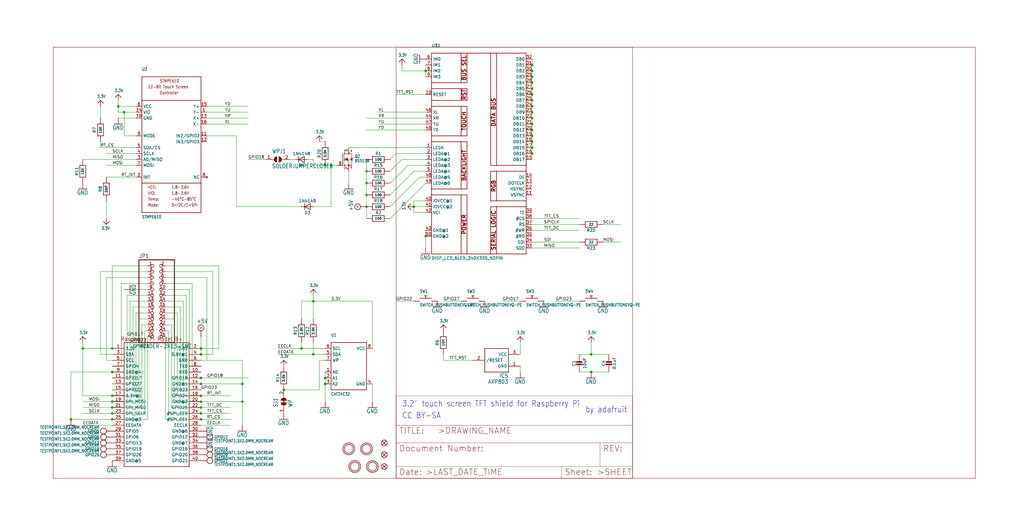
<source format=kicad_sch>
(kicad_sch (version 20211123) (generator eeschema)
  (paper "User" 440.004 225.73)
  (junction (at 48.26 180.34))
  (junction (at 228.6 55.88))
  (junction (at 182.88 101.6))
  (junction (at 86.36 152.4))
  (junction (at 228.6 48.26))
  (junction (at 86.36 177.8))
  (junction (at 50.8 45.72))
  (junction (at 86.36 149.86))
  (junction (at 228.6 53.34))
  (junction (at 53.34 48.26))
  (junction (at 121.92 167.64))
  (junction (at 228.6 43.18))
  (junction (at 139.7 71.12))
  (junction (at 86.36 180.34))
  (junction (at 254 152.4))
  (junction (at 228.6 35.56))
  (junction (at 228.6 30.48))
  (junction (at 228.6 45.72))
  (junction (at 157.48 83.82))
  (junction (at 134.62 152.4))
  (junction (at 86.36 170.18))
  (junction (at 228.6 63.5))
  (junction (at 228.6 27.94))
  (junction (at 48.26 170.18))
  (junction (at 228.6 60.96))
  (junction (at 48.26 149.86))
  (junction (at 142.24 71.12))
  (junction (at 104.14 172.72))
  (junction (at 86.36 162.56))
  (junction (at 30.48 180.34))
  (junction (at 228.6 66.04))
  (junction (at 48.26 175.26))
  (junction (at 86.36 172.72))
  (junction (at 177.8 88.9))
  (junction (at 48.26 177.8))
  (junction (at 139.7 162.56))
  (junction (at 134.62 129.54))
  (junction (at 35.56 149.86))
  (junction (at 228.6 40.64))
  (junction (at 86.36 165.1))
  (junction (at 254 160.02))
  (junction (at 48.26 172.72))
  (junction (at 129.54 149.86))
  (junction (at 48.26 160.02))
  (junction (at 228.6 33.02))
  (junction (at 228.6 58.42))
  (junction (at 157.48 78.74))
  (junction (at 157.48 88.9))
  (junction (at 182.88 30.48))
  (junction (at 86.36 175.26))
  (junction (at 157.48 73.66))
  (junction (at 139.7 165.1))
  (junction (at 228.6 38.1))
  (junction (at 228.6 50.8))
  (junction (at 104.14 165.1))
  (wire (pts (xy 223.52 157.48) (xy 223.52 160.02)))
  (wire (pts (xy 86.36 144.78) (xy 86.36 149.86)))
  (wire (pts (xy 134.62 68.58) (xy 134.62 71.12)))
  (wire (pts (xy 74.93 172.72) (xy 74.93 137.16)))
  (wire (pts (xy 48.26 160.02) (xy 30.48 160.02)))
  (wire (pts (xy 86.36 157.48) (xy 82.55 157.48)))
  (wire (pts (xy 228.6 58.42) (xy 228.6 60.96)))
  (wire (pts (xy 72.39 142.24) (xy 71.12 142.24)))
  (wire (pts (xy 228.6 63.5) (xy 228.6 66.04)))
  (wire (pts (xy 228.6 40.64) (xy 228.6 43.18)))
  (wire (pts (xy 57.15 167.64) (xy 57.15 132.08)))
  (wire (pts (xy 77.47 167.64) (xy 77.47 132.08)))
  (wire (pts (xy 254 152.4) (xy 248.92 152.4)))
  (wire (pts (xy 228.6 30.48) (xy 228.6 33.02)))
  (wire (pts (xy 167.64 78.74) (xy 175.26 71.12)))
  (wire (pts (xy 167.64 93.98) (xy 182.88 78.74)))
  (wire (pts (xy 223.52 152.4) (xy 223.52 147.32)))
  (wire (pts (xy 54.61 127) (xy 63.5 127)))
  (wire (pts (xy 86.36 177.8) (xy 99.06 177.8)))
  (wire (pts (xy 228.6 53.34) (xy 228.6 55.88)))
  (wire (pts (xy 228.6 25.4) (xy 228.6 27.94)))
  (wire (pts (xy 129.54 129.54) (xy 129.54 137.16)))
  (wire (pts (xy 86.36 172.72) (xy 74.93 172.72)))
  (wire (pts (xy 149.86 73.66) (xy 149.86 78.74)))
  (wire (pts (xy 182.88 99.06) (xy 182.88 101.6)))
  (wire (pts (xy 132.08 68.58) (xy 134.62 68.58)))
  (wire (pts (xy 91.44 152.4) (xy 91.44 116.84)))
  (wire (pts (xy 80.01 162.56) (xy 80.01 127)))
  (wire (pts (xy 228.6 43.18) (xy 228.6 45.72)))
  (wire (pts (xy 82.55 157.48) (xy 82.55 121.92)))
  (wire (pts (xy 223.52 129.54) (xy 215.9 129.54)))
  (wire (pts (xy 137.16 167.64) (xy 137.16 154.94)))
  (wire (pts (xy 35.56 170.18) (xy 35.56 149.86)))
  (wire (pts (xy 142.24 88.9) (xy 134.62 88.9)))
  (wire (pts (xy 48.26 180.34) (xy 30.48 180.34)))
  (wire (pts (xy 53.34 124.46) (xy 63.5 124.46)))
  (wire (pts (xy 54.61 162.56) (xy 54.61 127)))
  (wire (pts (xy 62.23 142.24) (xy 63.5 142.24)))
  (wire (pts (xy 86.36 170.18) (xy 99.06 170.18)))
  (wire (pts (xy 175.26 71.12) (xy 182.88 71.12)))
  (wire (pts (xy 167.64 83.82) (xy 177.8 73.66)))
  (wire (pts (xy 30.48 160.02) (xy 30.48 180.34)))
  (wire (pts (xy 88.9 58.42) (xy 101.6 58.42)))
  (wire (pts (xy 71.12 124.46) (xy 81.28 124.46)))
  (wire (pts (xy 45.72 93.98) (xy 45.72 86.36)))
  (wire (pts (xy 160.02 149.86) (xy 160.02 129.54)))
  (wire (pts (xy 228.6 55.88) (xy 228.6 58.42)))
  (wire (pts (xy 86.36 180.34) (xy 99.06 180.34)))
  (wire (pts (xy 71.12 129.54) (xy 78.74 129.54)))
  (wire (pts (xy 71.12 180.34) (xy 86.36 180.34)))
  (wire (pts (xy 190.5 154.94) (xy 190.5 152.4)))
  (wire (pts (xy 134.62 127) (xy 134.62 129.54)))
  (wire (pts (xy 63.5 180.34) (xy 63.5 144.78)))
  (wire (pts (xy 259.08 104.14) (xy 266.7 104.14)))
  (wire (pts (xy 127 68.58) (xy 124.46 68.58)))
  (wire (pts (xy 157.48 68.58) (xy 157.48 73.66)))
  (wire (pts (xy 71.12 139.7) (xy 73.66 139.7)))
  (wire (pts (xy 74.93 137.16) (xy 71.12 137.16)))
  (wire (pts (xy 86.36 177.8) (xy 72.39 177.8)))
  (wire (pts (xy 80.01 127) (xy 71.12 127)))
  (wire (pts (xy 62.23 177.8) (xy 62.23 142.24)))
  (wire (pts (xy 228.6 96.52) (xy 248.92 96.52)))
  (wire (pts (xy 71.12 144.78) (xy 71.12 180.34)))
  (wire (pts (xy 86.36 152.4) (xy 91.44 152.4)))
  (wire (pts (xy 43.18 63.5) (xy 58.42 63.5)))
  (wire (pts (xy 48.26 172.72) (xy 35.56 172.72)))
  (wire (pts (xy 177.8 91.44) (xy 182.88 91.44)))
  (wire (pts (xy 71.12 134.62) (xy 76.2 134.62)))
  (wire (pts (xy 43.18 116.84) (xy 63.5 116.84)))
  (wire (pts (xy 77.47 132.08) (xy 71.12 132.08)))
  (wire (pts (xy 93.98 149.86) (xy 86.36 149.86)))
  (wire (pts (xy 50.8 45.72) (xy 58.42 45.72)))
  (wire (pts (xy 180.34 76.2) (xy 182.88 76.2)))
  (wire (pts (xy 58.42 76.2) (xy 45.72 76.2)))
  (wire (pts (xy 45.72 66.04) (xy 58.42 66.04)))
  (wire (pts (xy 228.6 45.72) (xy 228.6 48.26)))
  (wire (pts (xy 58.42 170.18) (xy 58.42 134.62)))
  (wire (pts (xy 203.2 154.94) (xy 190.5 154.94)))
  (wire (pts (xy 172.72 30.48) (xy 172.72 27.94)))
  (wire (pts (xy 137.16 60.96) (xy 139.7 60.96)))
  (wire (pts (xy 88.9 50.8) (xy 106.68 50.8)))
  (wire (pts (xy 182.88 48.26) (xy 162.56 48.26)))
  (wire (pts (xy 228.6 106.68) (xy 248.92 106.68)))
  (wire (pts (xy 48.26 182.88) (xy 35.56 182.88)))
  (wire (pts (xy 144.78 71.12) (xy 142.24 71.12)))
  (wire (pts (xy 86.36 149.86) (xy 86.36 152.4)))
  (wire (pts (xy 142.24 71.12) (xy 142.24 88.9)))
  (wire (pts (xy 82.55 121.92) (xy 71.12 121.92)))
  (wire (pts (xy 129.54 147.32) (xy 129.54 149.86)))
  (wire (pts (xy 134.62 152.4) (xy 139.7 152.4)))
  (wire (pts (xy 59.69 172.72) (xy 59.69 137.16)))
  (wire (pts (xy 137.16 154.94) (xy 139.7 154.94)))
  (wire (pts (xy 91.44 116.84) (xy 71.12 116.84)))
  (wire (pts (xy 182.88 50.8) (xy 157.48 50.8)))
  (wire (pts (xy 73.66 139.7) (xy 73.66 175.26)))
  (wire (pts (xy 139.7 71.12) (xy 142.24 71.12)))
  (wire (pts (xy 55.88 129.54) (xy 63.5 129.54)))
  (wire (pts (xy 104.14 172.72) (xy 104.14 182.88)))
  (wire (pts (xy 48.26 172.72) (xy 59.69 172.72)))
  (wire (pts (xy 198.12 129.54) (xy 190.5 129.54)))
  (wire (pts (xy 139.7 149.86) (xy 129.54 149.86)))
  (wire (pts (xy 149.86 63.5) (xy 182.88 63.5)))
  (wire (pts (xy 48.26 175.26) (xy 35.56 175.26)))
  (wire (pts (xy 104.14 154.94) (xy 104.14 165.1)))
  (wire (pts (xy 177.8 73.66) (xy 182.88 73.66)))
  (wire (pts (xy 134.62 129.54) (xy 129.54 129.54)))
  (wire (pts (xy 48.26 165.1) (xy 55.88 165.1)))
  (wire (pts (xy 58.42 58.42) (xy 53.34 58.42)))
  (wire (pts (xy 57.15 132.08) (xy 63.5 132.08)))
  (wire (pts (xy 134.62 137.16) (xy 134.62 129.54)))
  (wire (pts (xy 60.96 175.26) (xy 60.96 139.7)))
  (wire (pts (xy 88.9 53.34) (xy 106.68 53.34)))
  (wire (pts (xy 129.54 149.86) (xy 119.38 149.86)))
  (wire (pts (xy 53.34 58.42) (xy 53.34 48.26)))
  (wire (pts (xy 48.26 175.26) (xy 60.96 175.26)))
  (wire (pts (xy 134.62 147.32) (xy 134.62 152.4)))
  (wire (pts (xy 228.6 93.98) (xy 248.92 93.98)))
  (wire (pts (xy 172.72 68.58) (xy 182.88 68.58)))
  (wire (pts (xy 254 147.32) (xy 254 152.4)))
  (wire (pts (xy 88.9 45.72) (xy 106.68 45.72)))
  (wire (pts (xy 58.42 71.12) (xy 45.72 71.12)))
  (wire (pts (xy 48.26 152.4) (xy 43.18 152.4)))
  (wire (pts (xy 177.8 91.44) (xy 177.8 88.9)))
  (wire (pts (xy 48.26 114.3) (xy 63.5 114.3)))
  (wire (pts (xy 106.68 68.58) (xy 114.3 68.58)))
  (wire (pts (xy 101.6 58.42) (xy 101.6 88.9)))
  (wire (pts (xy 43.18 50.8) (xy 43.18 45.72)))
  (wire (pts (xy 60.96 139.7) (xy 63.5 139.7)))
  (wire (pts (xy 48.26 170.18) (xy 35.56 170.18)))
  (wire (pts (xy 58.42 134.62) (xy 63.5 134.62)))
  (wire (pts (xy 73.66 175.26) (xy 86.36 175.26)))
  (wire (pts (xy 139.7 160.02) (xy 139.7 162.56)))
  (wire (pts (xy 76.2 134.62) (xy 76.2 170.18)))
  (wire (pts (xy 78.74 129.54) (xy 78.74 165.1)))
  (wire (pts (xy 157.48 83.82) (xy 157.48 78.74)))
  (wire (pts (xy 52.07 121.92) (xy 63.5 121.92)))
  (wire (pts (xy 182.88 27.94) (xy 182.88 30.48)))
  (wire (pts (xy 104.14 165.1) (xy 104.14 172.72)))
  (wire (pts (xy 45.72 119.38) (xy 63.5 119.38)))
  (wire (pts (xy 35.56 147.32) (xy 35.56 149.86)))
  (wire (pts (xy 50.8 45.72) (xy 50.8 48.26)))
  (wire (pts (xy 228.6 99.06) (xy 248.92 99.06)))
  (wire (pts (xy 139.7 165.1) (xy 139.7 172.72)))
  (wire (pts (xy 71.12 119.38) (xy 88.9 119.38)))
  (wire (pts (xy 86.36 154.94) (xy 104.14 154.94)))
  (wire (pts (xy 139.7 162.56) (xy 139.7 165.1)))
  (wire (pts (xy 48.26 149.86) (xy 48.26 114.3)))
  (wire (pts (xy 157.48 88.9) (xy 157.48 93.98)))
  (wire (pts (xy 121.92 167.64) (xy 137.16 167.64)))
  (wire (pts (xy 45.72 154.94) (xy 45.72 119.38)))
  (wire (pts (xy 254 160.02) (xy 261.62 160.02)))
  (wire (pts (xy 88.9 119.38) (xy 88.9 154.94)))
  (wire (pts (xy 228.6 66.04) (xy 228.6 68.58)))
  (wire (pts (xy 86.36 182.88) (xy 99.06 182.88)))
  (wire (pts (xy 48.26 157.48) (xy 52.07 157.48)))
  (wire (pts (xy 182.88 101.6) (xy 182.88 106.68)))
  (wire (pts (xy 48.26 167.64) (xy 57.15 167.64)))
  (wire (pts (xy 182.88 30.48) (xy 182.88 33.02)))
  (wire (pts (xy 93.98 114.3) (xy 93.98 149.86)))
  (wire (pts (xy 53.34 48.26) (xy 50.8 48.26)))
  (wire (pts (xy 134.62 71.12) (xy 139.7 71.12)))
  (wire (pts (xy 182.88 55.88) (xy 157.48 55.88)))
  (wire (pts (xy 157.48 88.9) (xy 157.48 83.82)))
  (wire (pts (xy 81.28 124.46) (xy 81.28 160.02)))
  (wire (pts (xy 48.26 177.8) (xy 62.23 177.8)))
  (wire (pts (xy 101.6 88.9) (xy 129.54 88.9)))
  (wire (pts (xy 48.26 177.8) (xy 35.56 177.8)))
  (wire (pts (xy 55.88 165.1) (xy 55.88 129.54)))
  (wire (pts (xy 52.07 157.48) (xy 52.07 121.92)))
  (wire (pts (xy 228.6 104.14) (xy 248.92 104.14)))
  (wire (pts (xy 43.18 63.5) (xy 43.18 60.96)))
  (wire (pts (xy 48.26 180.34) (xy 63.5 180.34)))
  (wire (pts (xy 182.88 40.64) (xy 170.18 40.64)))
  (wire (pts (xy 228.6 50.8) (xy 228.6 53.34)))
  (wire (pts (xy 182.88 53.34) (xy 162.56 53.34)))
  (wire (pts (xy 59.69 137.16) (xy 63.5 137.16)))
  (wire (pts (xy 228.6 33.02) (xy 228.6 35.56)))
  (wire (pts (xy 182.88 88.9) (xy 177.8 88.9)))
  (wire (pts (xy 177.8 86.36) (xy 182.88 86.36)))
  (wire (pts (xy 81.28 160.02) (xy 86.36 160.02)))
  (wire (pts (xy 50.8 50.8) (xy 58.42 50.8)))
  (wire (pts (xy 88.9 48.26) (xy 106.68 48.26)))
  (wire (pts (xy 86.36 165.1) (xy 104.14 165.1)))
  (wire (pts (xy 86.36 175.26) (xy 99.06 175.26)))
  (wire (pts (xy 86.36 162.56) (xy 106.68 162.56)))
  (wire (pts (xy 76.2 170.18) (xy 86.36 170.18)))
  (wire (pts (xy 160.02 129.54) (xy 134.62 129.54)))
  (wire (pts (xy 48.26 160.02) (xy 53.34 160.02)))
  (wire (pts (xy 35.56 149.86) (xy 48.26 149.86)))
  (wire (pts (xy 86.36 167.64) (xy 77.47 167.64)))
  (wire (pts (xy 86.36 172.72) (xy 104.14 172.72)))
  (wire (pts (xy 228.6 48.26) (xy 228.6 50.8)))
  (wire (pts (xy 43.18 152.4) (xy 43.18 116.84)))
  (wire (pts (xy 48.26 154.94) (xy 45.72 154.94)))
  (wire (pts (xy 78.74 165.1) (xy 86.36 165.1)))
  (wire (pts (xy 177.8 129.54) (xy 170.18 129.54)))
  (wire (pts (xy 177.8 86.36) (xy 177.8 88.9)))
  (wire (pts (xy 50.8 43.18) (xy 50.8 45.72)))
  (wire (pts (xy 167.64 68.58) (xy 170.18 66.04)))
  (wire (pts (xy 167.64 88.9) (xy 180.34 76.2)))
  (wire (pts (xy 182.88 30.48) (xy 172.72 30.48)))
  (wire (pts (xy 248.92 160.02) (xy 254 160.02)))
  (wire (pts (xy 228.6 35.56) (xy 228.6 38.1)))
  (wire (pts (xy 228.6 60.96) (xy 228.6 63.5)))
  (wire (pts (xy 35.56 68.58) (xy 58.42 68.58)))
  (wire (pts (xy 259.08 96.52) (xy 266.7 96.52)))
  (wire (pts (xy 170.18 66.04) (xy 182.88 66.04)))
  (wire (pts (xy 48.26 170.18) (xy 58.42 170.18)))
  (wire (pts (xy 119.38 152.4) (xy 134.62 152.4)))
  (wire (pts (xy 160.02 165.1) (xy 160.02 172.72)))
  (wire (pts (xy 48.26 162.56) (xy 54.61 162.56)))
  (wire (pts (xy 71.12 114.3) (xy 93.98 114.3)))
  (wire (pts (xy 167.64 73.66) (xy 172.72 68.58)))
  (wire (pts (xy 248.92 129.54) (xy 238.76 129.54)))
  (wire (pts (xy 261.62 152.4) (xy 254 152.4)))
  (wire (pts (xy 228.6 38.1) (xy 228.6 40.64)))
  (wire (pts (xy 157.48 78.74) (xy 157.48 73.66)))
  (wire (pts (xy 58.42 48.26) (xy 53.34 48.26)))
  (wire (pts (xy 72.39 177.8) (xy 72.39 142.24)))
  (wire (pts (xy 86.36 162.56) (xy 80.01 162.56)))
  (wire (pts (xy 228.6 27.94) (xy 228.6 30.48)))
  (text "CC BY-SA" (at 172.72 180.34 180) (effects (font (size 2.54 2.159)) (justify left bottom)))
  (text "by adafruit~{}" (at 251.46 177.8 180) (effects (font (size 2.54 2.159)) (justify left bottom)))
  (text "3.2\" touch screen TFT shield for Raspberry Pi" (at 172.72 175.26 180) (effects (font (size 2.54 2.159)) (justify left bottom)))
  (label "YU" (at 96.52 48.26 0) (effects (font (size 1.2446 1.2446))))
  (label "GPIO22" (at 57.15 149.86 0) (effects (font (size 1.2446 1.2446))))
  (label "RT_CS" (at 88.9 180.34 0) (effects (font (size 1.2446 1.2446))))
  (label "MOSI" (at 259.08 104.14 0) (effects (font (size 1.2446 1.2446))))
  (label "EECLK" (at 88.9 182.88 0) (effects (font (size 1.2446 1.2446))))
  (label "TFT_RST" (at 193.04 154.94 0) (effects (font (size 1.2446 1.2446))))
  (label "XL" (at 96.52 53.34 0) (effects (font (size 1.2446 1.2446))))
  (label "TFT_CS" (at 88.9 177.8 0) (effects (font (size 1.2446 1.2446))))
  (label "SDI" (at 233.68 104.14 0) (effects (font (size 1.2446 1.2446))))
  (label "SPICLK" (at 233.68 96.52 0) (effects (font (size 1.2446 1.2446))))
  (label "GPIO27" (at 190.5 129.54 0) (effects (font (size 1.2446 1.2446))))
  (label "XR" (at 96.52 50.8 0) (effects (font (size 1.2446 1.2446))))
  (label "TFT_DC" (at 233.68 99.06 0) (effects (font (size 1.2446 1.2446))))
  (label "SCLK" (at 259.08 96.52 0) (effects (font (size 1.2446 1.2446))))
  (label "GPIO27" (at 55.88 147.32 0) (effects (font (size 1.2446 1.2446))))
  (label "TFT_CS" (at 233.68 93.98 0) (effects (font (size 1.2446 1.2446))))
  (label "GPIO17" (at 215.9 129.54 0) (effects (font (size 1.2446 1.2446))))
  (label "EECLK" (at 119.38 149.86 0) (effects (font (size 1.2446 1.2446))))
  (label "MISO" (at 233.68 106.68 0) (effects (font (size 1.2446 1.2446))))
  (label "GPIO18" (at 88.9 162.56 0) (effects (font (size 1.2446 1.2446))))
  (label "SCLK" (at 48.26 66.04 0) (effects (font (size 1.2446 1.2446))))
  (label "RT_CS" (at 43.18 63.5 0) (effects (font (size 1.2446 1.2446))))
  (label "XL" (at 162.56 48.26 0) (effects (font (size 1.2446 1.2446))))
  (label "YD" (at 162.56 55.88 0) (effects (font (size 1.2446 1.2446))))
  (label "MISO" (at 48.26 68.58 0) (effects (font (size 1.2446 1.2446))))
  (label "MOSI" (at 38.1 172.72 0) (effects (font (size 1.2446 1.2446))))
  (label "SCLK" (at 38.1 177.8 0) (effects (font (size 1.2446 1.2446))))
  (label "GPIO22" (at 170.18 129.54 0) (effects (font (size 1.2446 1.2446))))
  (label "EEDATA" (at 119.38 152.4 0) (effects (font (size 1.2446 1.2446))))
  (label "GPIO17" (at 54.61 144.78 0) (effects (font (size 1.2446 1.2446))))
  (label "MISO" (at 38.1 175.26 0) (effects (font (size 1.2446 1.2446))))
  (label "TFT_RST" (at 170.18 40.64 0) (effects (font (size 1.2446 1.2446))))
  (label "YU" (at 162.56 53.34 0) (effects (font (size 1.2446 1.2446))))
  (label "YD" (at 96.52 45.72 0) (effects (font (size 1.2446 1.2446))))
  (label "GPIO23" (at 86.36 167.64 0) (effects (font (size 1.2446 1.2446))))
  (label "RT_INT" (at 52.07 76.2 0) (effects (font (size 1.2446 1.2446))))
  (label "EEDATA" (at 35.56 182.88 0) (effects (font (size 1.2446 1.2446))))
  (label "XR" (at 162.56 50.8 0) (effects (font (size 1.2446 1.2446))))
  (label "3.3V" (at 142.24 129.54 0) (effects (font (size 1.2446 1.2446))))
  (label "RT_INT" (at 88.9 170.18 0) (effects (font (size 1.2446 1.2446))))
  (label "TFT_DC" (at 88.9 175.26 0) (effects (font (size 1.2446 1.2446))))
  (label "MOSI" (at 48.26 71.12 0) (effects (font (size 1.2446 1.2446))))
  (label "GPIO18" (at 106.68 68.58 0) (effects (font (size 1.2446 1.2446))))
  (label "GPIO23" (at 238.76 129.54 0) (effects (font (size 1.2446 1.2446))))
  (symbol (lib_id "eagleSchem-eagle-import:FIDUCIAL{dblquote}{dblquote}") (at 165.1 200.66 0) (unit 1)
    (property "Reference" "U$11" (effects hide))
    (property "Value" "FIDUCIAL{dblquote}{dblquote}" (effects hide))
    (property "Footprint" "eagleSchem:FIDUCIAL_1MM" (effects hide))
  )
  (symbol (lib_id "eagleSchem-eagle-import:FIDUCIAL{dblquote}{dblquote}") (at 165.1 190.5 0) (unit 1)
    (property "Reference" "U$10" (effects hide))
    (property "Value" "FIDUCIAL{dblquote}{dblquote}" (effects hide))
    (property "Footprint" "eagleSchem:FIDUCIAL_1MM" (effects hide))
  )
  (symbol (lib_id "eagleSchem-eagle-import:RESISTOR0805_NOOUTLINE") (at 134.62 142.24 90) (unit 1)
    (property "Reference" "R12" (at 132.08 142.24 0))
    (property "Value" "3.9K" (at 134.62 142.24 0) (effects (font (size 1.016 1.016) bold)))
    (property "Footprint" "eagleSchem:0805-NO" (effects hide))
  )
  (symbol (lib_id "eagleSchem-eagle-import:SWITCH_PUSHBUTTONEVQ-PE") (at 254 129.54 0) (unit 1)
    (property "Reference" "SW4" (at 251.46 125.984 0) (effects (font (size 1.27 1.0795)) (justify left bottom)))
    (property "Value" "SWITCH_PUSHBUTTONEVQ-PE" (at 251.46 131.826 0) (effects (font (size 1.27 1.0795)) (justify left bottom)))
    (property "Footprint" "eagleSchem:TACT_PANA-EVQ" (effects hide))
  )
  (symbol (lib_id "eagleSchem-eagle-import:GND") (at 104.14 185.42 0) (unit 1)
    (property "Reference" "#U$9" (effects hide))
    (property "Value" "GND" (at 101.6 187.96 0) (effects (font (size 1.778 1.5113)) (justify left bottom)))
    (property "Footprint" "eagleSchem:" (effects hide))
  )
  (symbol (lib_id "eagleSchem-eagle-import:GND") (at 160.02 175.26 0) (unit 1)
    (property "Reference" "#GND4" (effects hide))
    (property "Value" "GND" (at 157.48 177.8 0) (effects (font (size 1.778 1.5113)) (justify left bottom)))
    (property "Footprint" "eagleSchem:" (effects hide))
  )
  (symbol (lib_id "eagleSchem-eagle-import:TESTPOINT1.5X2.0MM_NOCREAM") (at 86.36 187.96 270) (unit 1)
    (property "Reference" "GPIO12" (at 91.948 187.96 90) (effects (font (size 1.27 1.0795)) (justify left)))
    (property "Value" "TESTPOINT1.5X2.0MM_NOCREAM" (at 91.948 189.611 90) (effects (font (size 1.27 1.0795)) (justify left)))
    (property "Footprint" "eagleSchem:PAD-1.5X2.0" (effects hide))
  )
  (symbol (lib_id "eagleSchem-eagle-import:GND") (at 259.08 132.08 0) (unit 1)
    (property "Reference" "#U$24" (effects hide))
    (property "Value" "GND" (at 256.54 134.62 0) (effects (font (size 1.778 1.5113)) (justify left bottom)))
    (property "Footprint" "eagleSchem:" (effects hide))
  )
  (symbol (lib_id "eagleSchem-eagle-import:RESISTOR0805_NOOUTLINE") (at 139.7 66.04 90) (unit 1)
    (property "Reference" "R20" (at 137.16 66.04 0))
    (property "Value" "3.9K" (at 139.7 66.04 0) (effects (font (size 1.016 1.016) bold)))
    (property "Footprint" "eagleSchem:0805-NO" (effects hide))
  )
  (symbol (lib_id "eagleSchem-eagle-import:STMPE610") (at 73.66 63.5 0) (unit 1)
    (property "Reference" "U2" (at 60.96 30.48 0) (effects (font (size 1.27 1.0795)) (justify left bottom)))
    (property "Value" "STMPE610" (at 60.96 93.98 0) (effects (font (size 1.27 1.0795)) (justify left bottom)))
    (property "Footprint" "eagleSchem:QFN16_3MM" (effects hide))
  )
  (symbol (lib_id "eagleSchem-eagle-import:GND") (at 30.48 182.88 0) (unit 1)
    (property "Reference" "#U$12" (effects hide))
    (property "Value" "GND" (at 27.94 185.42 0) (effects (font (size 1.778 1.5113)) (justify left bottom)))
    (property "Footprint" "eagleSchem:" (effects hide))
  )
  (symbol (lib_id "eagleSchem-eagle-import:GND") (at 180.34 25.4 270) (unit 1)
    (property "Reference" "#U$42" (effects hide))
    (property "Value" "GND" (at 177.8 22.86 0) (effects (font (size 1.778 1.5113)) (justify left bottom)))
    (property "Footprint" "eagleSchem:" (effects hide))
  )
  (symbol (lib_id "eagleSchem-eagle-import:RESISTOR0805_NOOUTLINE") (at 162.56 73.66 0) (unit 1)
    (property "Reference" "R15" (at 162.56 71.12 0))
    (property "Value" "100" (at 162.56 73.66 0) (effects (font (size 1.016 1.016) bold)))
    (property "Footprint" "eagleSchem:0805-NO" (effects hide))
  )
  (symbol (lib_id "eagleSchem-eagle-import:+5V") (at 86.36 142.24 0) (unit 1)
    (property "Reference" "#SUPPLY6" (effects hide))
    (property "Value" "+5V" (at 84.455 139.065 0) (effects (font (size 1.778 1.5113)) (justify left bottom)))
    (property "Footprint" "eagleSchem:" (effects hide))
  )
  (symbol (lib_id "eagleSchem-eagle-import:GND") (at 254 162.56 0) (unit 1)
    (property "Reference" "#U$5" (effects hide))
    (property "Value" "GND" (at 251.46 165.1 0) (effects (font (size 1.778 1.5113)) (justify left bottom)))
    (property "Footprint" "eagleSchem:" (effects hide))
  )
  (symbol (lib_id "eagleSchem-eagle-import:GND") (at 149.86 81.28 0) (unit 1)
    (property "Reference" "#U$39" (effects hide))
    (property "Value" "GND" (at 147.32 83.82 0) (effects (font (size 1.778 1.5113)) (justify left bottom)))
    (property "Footprint" "eagleSchem:" (effects hide))
  )
  (symbol (lib_id "eagleSchem-eagle-import:TESTPOINT1.5X2.0MM_NOCREAM") (at 48.26 185.42 90) (unit 1)
    (property "Reference" "GPIO5" (at 42.672 185.42 90) (effects (font (size 1.27 1.0795)) (justify left)))
    (property "Value" "TESTPOINT1.5X2.0MM_NOCREAM" (at 42.672 183.769 90) (effects (font (size 1.27 1.0795)) (justify left)))
    (property "Footprint" "eagleSchem:PAD-1.5X2.0" (effects hide))
  )
  (symbol (lib_id "eagleSchem-eagle-import:3.3V") (at 121.92 154.94 0) (unit 1)
    (property "Reference" "#U$35" (effects hide))
    (property "Value" "3.3V" (at 120.396 153.924 0) (effects (font (size 1.27 1.0795)) (justify left bottom)))
    (property "Footprint" "eagleSchem:" (effects hide))
  )
  (symbol (lib_id "eagleSchem-eagle-import:SOLDERJUMPER_CLOSED") (at 121.92 172.72 90) (unit 1)
    (property "Reference" "SJ1" (at 119.38 175.26 0) (effects (font (size 1.778 1.5113)) (justify left bottom)))
    (property "Value" "WP" (at 125.73 175.26 0) (effects (font (size 1.778 1.5113)) (justify left bottom)))
    (property "Footprint" "eagleSchem:SOLDERJUMPER_CLOSEDWIRE" (effects hide))
  )
  (symbol (lib_id "eagleSchem-eagle-import:AXP083-SAG") (at 213.36 154.94 0) (mirror y) (unit 1)
    (property "Reference" "IC5" (at 218.44 162.56 0) (effects (font (size 1.778 1.5113)) (justify left bottom)))
    (property "Value" "AXP803" (at 218.44 165.1 0) (effects (font (size 1.778 1.5113)) (justify left bottom)))
    (property "Footprint" "eagleSchem:SOT23" (effects hide))
  )
  (symbol (lib_id "eagleSchem-eagle-import:EEPROM_I2C_SOIC8_GENERIC") (at 149.86 157.48 0) (unit 1)
    (property "Reference" "U1" (at 142.24 144.78 0) (effects (font (size 1.27 1.0795)) (justify left bottom)))
    (property "Value" "CAT24C32" (at 142.24 170.18 0) (effects (font (size 1.27 1.0795)) (justify left bottom)))
    (property "Footprint" "eagleSchem:SOIC8_150MIL" (effects hide))
  )
  (symbol (lib_id "eagleSchem-eagle-import:3.3V") (at 35.56 144.78 0) (unit 1)
    (property "Reference" "#U$33" (effects hide))
    (property "Value" "3.3V" (at 34.036 143.764 0) (effects (font (size 1.27 1.0795)) (justify left bottom)))
    (property "Footprint" "eagleSchem:" (effects hide))
  )
  (symbol (lib_id "eagleSchem-eagle-import:MOUNTINGHOLE2.5_THICK") (at 157.48 193.04 0) (unit 1)
    (property "Reference" "U$15" (effects hide))
    (property "Value" "MOUNTINGHOLE2.5_THICK" (effects hide))
    (property "Footprint" "eagleSchem:MOUNTINGHOLE_2.5_PLATED_THICK" (effects hide))
  )
  (symbol (lib_id "eagleSchem-eagle-import:DISP_LCD_6LED_240X320_50PIN") (at 205.74 63.5 0) (unit 1)
    (property "Reference" "U$1" (at 185.42 20.32 0) (effects (justify left bottom)))
    (property "Value" "DISP_LCD_6LED_240X320_50PIN" (at 185.42 111.76 0) (effects (justify left bottom)))
    (property "Footprint" "eagleSchem:TFT_3.2IN_240X320_50PIN" (effects hide))
  )
  (symbol (lib_id "eagleSchem-eagle-import:GND") (at 88.9 190.5 90) (unit 1)
    (property "Reference" "#U$37" (effects hide))
    (property "Value" "GND" (at 91.44 193.04 0) (effects (font (size 1.778 1.5113)) (justify left bottom)))
    (property "Footprint" "eagleSchem:" (effects hide))
  )
  (symbol (lib_id "eagleSchem-eagle-import:TESTPOINT1.5X2.0MM_NOCREAM") (at 86.36 193.04 270) (unit 1)
    (property "Reference" "GPIO16" (at 91.948 193.04 90) (effects (font (size 1.27 1.0795)) (justify left)))
    (property "Value" "TESTPOINT1.5X2.0MM_NOCREAM" (at 91.948 194.691 90) (effects (font (size 1.27 1.0795)) (justify left)))
    (property "Footprint" "eagleSchem:PAD-1.5X2.0" (effects hide))
  )
  (symbol (lib_id "eagleSchem-eagle-import:RESISTOR0805_NOOUTLINE") (at 254 96.52 180) (unit 1)
    (property "Reference" "R22" (at 254 99.06 0))
    (property "Value" "22" (at 254 96.52 0) (effects (font (size 1.016 1.016) bold)))
    (property "Footprint" "eagleSchem:0805-NO" (effects hide))
  )
  (symbol (lib_id "eagleSchem-eagle-import:RESISTOR0805_NOOUTLINE") (at 162.56 68.58 0) (unit 1)
    (property "Reference" "R1" (at 162.56 66.04 0))
    (property "Value" "100" (at 162.56 68.58 0) (effects (font (size 1.016 1.016) bold)))
    (property "Footprint" "eagleSchem:0805-NO" (effects hide))
  )
  (symbol (lib_id "eagleSchem-eagle-import:RESISTOR_0805MP") (at 254 104.14 180) (unit 1)
    (property "Reference" "R23" (at 254 106.68 0))
    (property "Value" "22" (at 254 104.14 0) (effects (font (size 1.016 1.016) bold)))
    (property "Footprint" "eagleSchem:_0805MP" (effects hide))
  )
  (symbol (lib_id "eagleSchem-eagle-import:RESISTOR0805_NOOUTLINE") (at 162.56 93.98 0) (unit 1)
    (property "Reference" "R2" (at 162.56 91.44 0))
    (property "Value" "100" (at 162.56 93.98 0) (effects (font (size 1.016 1.016) bold)))
    (property "Footprint" "eagleSchem:0805-NO" (effects hide))
  )
  (symbol (lib_id "eagleSchem-eagle-import:SWITCH_PUSHBUTTONEVQ-PE") (at 228.6 129.54 0) (unit 1)
    (property "Reference" "SW3" (at 226.06 125.984 0) (effects (font (size 1.27 1.0795)) (justify left bottom)))
    (property "Value" "SWITCH_PUSHBUTTONEVQ-PE" (at 226.06 131.826 0) (effects (font (size 1.27 1.0795)) (justify left bottom)))
    (property "Footprint" "eagleSchem:TACT_PANA-EVQ" (effects hide))
  )
  (symbol (lib_id "eagleSchem-eagle-import:CAP_CERAMIC0805-NOOUTLINE") (at 248.92 157.48 0) (unit 1)
    (property "Reference" "C1" (at 246.63 156.23 90))
    (property "Value" "10uF" (at 251.22 156.23 90))
    (property "Footprint" "eagleSchem:0805-NO" (effects hide))
  )
  (symbol (lib_id "eagleSchem-eagle-import:3.3V") (at 137.16 58.42 0) (unit 1)
    (property "Reference" "#U$45" (effects hide))
    (property "Value" "3.3V" (at 135.636 57.404 0) (effects (font (size 1.27 1.0795)) (justify left bottom)))
    (property "Footprint" "eagleSchem:" (effects hide))
  )
  (symbol (lib_id "eagleSchem-eagle-import:HEADER-2X13-SMT") (at 68.58 129.54 0) (unit 1)
    (property "Reference" "JP1" (at 59.69 111.125 0) (effects (font (size 1.778 1.5113)) (justify left bottom)))
    (property "Value" "HEADER-2X13-SMT" (at 59.69 149.86 0) (effects (font (size 1.778 1.5113)) (justify left bottom)))
    (property "Footprint" "eagleSchem:2X13_SMT_MALE" (effects hide))
  )
  (symbol (lib_id "eagleSchem-eagle-import:RESISTOR0805_NOOUTLINE") (at 129.54 142.24 90) (unit 1)
    (property "Reference" "R13" (at 127 142.24 0))
    (property "Value" "3.9K" (at 129.54 142.24 0) (effects (font (size 1.016 1.016) bold)))
    (property "Footprint" "eagleSchem:0805-NO" (effects hide))
  )
  (symbol (lib_id "eagleSchem-eagle-import:TESTPOINT1.5X2.0MM_NOCREAM") (at 86.36 195.58 270) (unit 1)
    (property "Reference" "GPIO20" (at 91.948 195.58 90) (effects (font (size 1.27 1.0795)) (justify left)))
    (property "Value" "TESTPOINT1.5X2.0MM_NOCREAM" (at 91.948 197.231 90) (effects (font (size 1.27 1.0795)) (justify left)))
    (property "Footprint" "eagleSchem:PAD-1.5X2.0" (effects hide))
  )
  (symbol (lib_id "eagleSchem-eagle-import:RASPBERRYPI_BPLUS_SMT") (at 66.04 170.18 0) (unit 1)
    (property "Reference" "RPI1" (effects hide))
    (property "Value" "RASPBERRYPI_BPLUS_SMT" (effects hide))
    (property "Footprint" "eagleSchem:RASPBERRYPI_BPLUS_SHIELD_SMT" (effects hide))
  )
  (symbol (lib_id "eagleSchem-eagle-import:GND") (at 139.7 175.26 0) (unit 1)
    (property "Reference" "#GND3" (effects hide))
    (property "Value" "GND" (at 137.16 177.8 0) (effects (font (size 1.778 1.5113)) (justify left bottom)))
    (property "Footprint" "eagleSchem:" (effects hide))
  )
  (symbol (lib_id "eagleSchem-eagle-import:DIODESOD-323") (at 129.54 68.58 180) (unit 1)
    (property "Reference" "D4" (at 129.54 71.12 0))
    (property "Value" "1N4148" (at 129.54 66.08 0))
    (property "Footprint" "eagleSchem:SOD-323" (effects hide))
  )
  (symbol (lib_id "eagleSchem-eagle-import:MOSFET-NWIDE") (at 147.32 68.58 0) (unit 1)
    (property "Reference" "Q2" (at 152.4 67.945 0) (effects (font (size 1.27 1.0795)) (justify left bottom)))
    (property "Value" "BSS138" (at 152.4 69.85 0) (effects (font (size 1.27 1.0795)) (justify left bottom)))
    (property "Footprint" "eagleSchem:SOT23-WIDE" (effects hide))
  )
  (symbol (lib_id "eagleSchem-eagle-import:GND") (at 48.26 200.66 0) (unit 1)
    (property "Reference" "#U$36" (effects hide))
    (property "Value" "GND" (at 45.72 203.2 0) (effects (font (size 1.778 1.5113)) (justify left bottom)))
    (property "Footprint" "eagleSchem:" (effects hide))
  )
  (symbol (lib_id "eagleSchem-eagle-import:CAP_CERAMIC0805-NOOUTLINE") (at 261.62 157.48 0) (unit 1)
    (property "Reference" "C4" (at 259.33 156.23 90))
    (property "Value" "0.1uF" (at 263.92 156.23 90))
    (property "Footprint" "eagleSchem:0805-NO" (effects hide))
  )
  (symbol (lib_id "eagleSchem-eagle-import:TESTPOINT1.5X2.0MM_NOCREAM") (at 48.26 190.5 90) (unit 1)
    (property "Reference" "GPIO13" (at 42.672 190.5 90) (effects (font (size 1.27 1.0795)) (justify left)))
    (property "Value" "TESTPOINT1.5X2.0MM_NOCREAM" (at 42.672 188.849 90) (effects (font (size 1.27 1.0795)) (justify left)))
    (property "Footprint" "eagleSchem:PAD-1.5X2.0" (effects hide))
  )
  (symbol (lib_id "eagleSchem-eagle-import:GND") (at 121.92 180.34 0) (unit 1)
    (property "Reference" "#GND5" (effects hide))
    (property "Value" "GND" (at 119.38 182.88 0) (effects (font (size 1.778 1.5113)) (justify left bottom)))
    (property "Footprint" "eagleSchem:" (effects hide))
  )
  (symbol (lib_id "eagleSchem-eagle-import:SWITCH_PUSHBUTTONEVQ-PE") (at 182.88 129.54 0) (unit 1)
    (property "Reference" "SW1" (at 180.34 125.984 0) (effects (font (size 1.27 1.0795)) (justify left bottom)))
    (property "Value" "SWITCH_PUSHBUTTONEVQ-PE" (at 180.34 131.826 0) (effects (font (size 1.27 1.0795)) (justify left bottom)))
    (property "Footprint" "eagleSchem:TACT_PANA-EVQ" (effects hide))
  )
  (symbol (lib_id "eagleSchem-eagle-import:LETTER_L") (at 22.86 205.74 0) (unit 1)
    (property "Reference" "#FRAME1" (effects hide))
    (property "Value" "LETTER_L" (effects hide))
    (property "Footprint" "eagleSchem:" (effects hide))
  )
  (symbol (lib_id "eagleSchem-eagle-import:SWITCH_PUSHBUTTONEVQ-PE") (at 203.2 129.54 0) (unit 1)
    (property "Reference" "SW2" (at 200.66 125.984 0) (effects (font (size 1.27 1.0795)) (justify left bottom)))
    (property "Value" "SWITCH_PUSHBUTTONEVQ-PE" (at 200.66 131.826 0) (effects (font (size 1.27 1.0795)) (justify left bottom)))
    (property "Footprint" "eagleSchem:TACT_PANA-EVQ" (effects hide))
  )
  (symbol (lib_id "eagleSchem-eagle-import:MOUNTINGHOLE2.5_THICK") (at 152.4 200.66 0) (unit 1)
    (property "Reference" "U$17" (effects hide))
    (property "Value" "MOUNTINGHOLE2.5_THICK" (effects hide))
    (property "Footprint" "eagleSchem:MOUNTINGHOLE_2.5_PLATED_THICK" (effects hide))
    (property "Value" "MOUNTINGHOLE2.5_THICK" (effects hide))
  )
  (symbol (lib_id "eagleSchem-eagle-import:RESISTOR0805_NOOUTLINE") (at 162.56 78.74 0) (unit 1)
    (property "Reference" "R16" (at 162.56 76.2 0))
    (property "Value" "100" (at 162.56 78.74 0) (effects (font (size 1.016 1.016) bold)))
    (property "Footprint" "eagleSchem:0805-NO" (effects hide))
  )
  (symbol (lib_id "eagleSchem-eagle-import:3.3V") (at 134.62 124.46 0) (unit 1)
    (property "Reference" "#U$34" (effects hide))
    (property "Value" "3.3V" (at 133.096 123.444 0) (effects (font (size 1.27 1.0795)) (justify left bottom)))
    (property "Footprint" "eagleSchem:" (effects hide))
  )
  (symbol (lib_id "eagleSchem-eagle-import:3.3V") (at 43.18 43.18 0) (unit 1)
    (property "Reference" "#U$21" (effects hide))
    (property "Value" "3.3V" (at 41.656 42.164 0) (effects (font (size 1.27 1.0795)) (justify left bottom)))
    (property "Footprint" "eagleSchem:" (effects hide))
  )
  (symbol (lib_id "eagleSchem-eagle-import:SOLDERJUMPERCLOSED") (at 119.38 68.58 0) (unit 1)
    (property "Reference" "WPJ1" (at 116.84 66.04 0) (effects (font (size 1.778 1.5113)) (justify left bottom)))
    (property "Value" "SOLDERJUMPERCLOSED" (at 116.84 72.39 0) (effects (font (size 1.778 1.5113)) (justify left bottom)))
    (property "Footprint" "eagleSchem:SOLDERJUMPER_CLOSEDWIRE" (effects hide))
  )
  (symbol (lib_id "eagleSchem-eagle-import:GND") (at 223.52 162.56 0) (unit 1)
    (property "Reference" "#U$14" (effects hide))
    (property "Value" "GND" (at 220.98 165.1 0) (effects (font (size 1.778 1.5113)) (justify left bottom)))
    (property "Footprint" "eagleSchem:" (effects hide))
  )
  (symbol (lib_id "eagleSchem-eagle-import:RESISTOR0805_NOOUTLINE") (at 43.18 55.88 90) (unit 1)
    (property "Reference" "R7" (at 40.64 55.88 0))
    (property "Value" "10K" (at 43.18 55.88 0) (effects (font (size 1.016 1.016) bold)))
    (property "Footprint" "eagleSchem:0805-NO" (effects hide))
  )
  (symbol (lib_id "eagleSchem-eagle-import:MOUNTINGHOLE2.5_THICK") (at 149.86 193.04 0) (unit 1)
    (property "Reference" "U$16" (effects hide))
    (property "Value" "MOUNTINGHOLE2.5_THICK" (effects hide))
    (property "Footprint" "eagleSchem:MOUNTINGHOLE_2.5_PLATED_THICK" (effects hide))
  )
  (symbol (lib_id "eagleSchem-eagle-import:RESISTOR0805_NOOUTLINE") (at 121.92 162.56 90) (unit 1)
    (property "Reference" "R14" (at 119.38 162.56 0))
    (property "Value" "3.9K" (at 121.92 162.56 0) (effects (font (size 1.016 1.016) bold)))
    (property "Footprint" "eagleSchem:0805-NO" (effects hide))
  )
  (symbol (lib_id "eagleSchem-eagle-import:GND") (at 182.88 109.22 0) (unit 1)
    (property "Reference" "#U$41" (effects hide))
    (property "Value" "GND" (at 180.34 111.76 0) (effects (font (size 1.778 1.5113)) (justify left bottom)))
    (property "Footprint" "eagleSchem:" (effects hide))
  )
  (symbol (lib_id "eagleSchem-eagle-import:FIDUCIAL{dblquote}{dblquote}") (at 165.1 195.58 0) (unit 1)
    (property "Reference" "U$18" (effects hide))
    (property "Value" "FIDUCIAL{dblquote}{dblquote}" (effects hide))
    (property "Footprint" "eagleSchem:FIDUCIAL_1MM" (effects hide))
  )
  (symbol (lib_id "eagleSchem-eagle-import:TESTPOINT1.5X2.0MM_NOCREAM") (at 48.26 187.96 90) (unit 1)
    (property "Reference" "GPIO6" (at 42.672 187.96 90) (effects (font (size 1.27 1.0795)) (justify left)))
    (property "Value" "TESTPOINT1.5X2.0MM_NOCREAM" (at 42.672 186.309 90) (effects (font (size 1.27 1.0795)) (justify left)))
    (property "Footprint" "eagleSchem:PAD-1.5X2.0" (effects hide))
  )
  (symbol (lib_id "eagleSchem-eagle-import:TESTPOINT1.5X2.0MM_NOCREAM") (at 48.26 193.04 90) (unit 1)
    (property "Reference" "GPIO19" (at 42.672 193.04 90) (effects (font (size 1.27 1.0795)) (justify left)))
    (property "Value" "TESTPOINT1.5X2.0MM_NOCREAM" (at 42.672 191.389 90) (effects (font (size 1.27 1.0795)) (justify left)))
    (property "Footprint" "eagleSchem:PAD-1.5X2.0" (effects hide))
  )
  (symbol (lib_id "eagleSchem-eagle-import:GND") (at 50.8 53.34 0) (unit 1)
    (property "Reference" "#U$7" (effects hide))
    (property "Value" "GND" (at 48.26 55.88 0) (effects (font (size 1.778 1.5113)) (justify left bottom)))
    (property "Footprint" "eagleSchem:" (effects hide))
  )
  (symbol (lib_id "eagleSchem-eagle-import:+5V") (at 154.94 88.9 90) (unit 1)
    (property "Reference" "#SUPPLY2" (effects hide))
    (property "Value" "+5V" (at 151.765 90.805 0) (effects (font (size 1.778 1.5113)) (justify left bottom)))
    (property "Footprint" "eagleSchem:" (effects hide))
  )
  (symbol (lib_id "eagleSchem-eagle-import:GND") (at 233.68 132.08 0) (unit 1)
    (property "Reference" "#U$13" (effects hide))
    (property "Value" "GND" (at 231.14 134.62 0) (effects (font (size 1.778 1.5113)) (justify left bottom)))
    (property "Footprint" "eagleSchem:" (effects hide))
  )
  (symbol (lib_id "eagleSchem-eagle-import:GND") (at 208.28 132.08 0) (unit 1)
    (property "Reference" "#U$8" (effects hide))
    (property "Value" "GND" (at 205.74 134.62 0) (effects (font (size 1.778 1.5113)) (justify left bottom)))
    (property "Footprint" "eagleSchem:" (effects hide))
  )
  (symbol (lib_id "eagleSchem-eagle-import:3.3V") (at 45.72 96.52 180) (unit 1)
    (property "Reference" "#U$3" (effects hide))
    (property "Value" "3.3V" (at 47.244 97.536 0) (effects (font (size 1.27 1.0795)) (justify left bottom)))
    (property "Footprint" "eagleSchem:" (effects hide))
  )
  (symbol (lib_id "eagleSchem-eagle-import:MOUNTINGHOLE2.5_THICK") (at 160.02 200.66 0) (unit 1)
    (property "Reference" "U$20" (effects hide))
    (property "Value" "MOUNTINGHOLE2.5_THICK" (effects hide))
    (property "Footprint" "eagleSchem:MOUNTINGHOLE_2.5_PLATED_THICK" (effects hide))
    (property "Value" "MOUNTINGHOLE2.5_THICK" (effects hide))
  )
  (symbol (lib_id "eagleSchem-eagle-import:3.3V") (at 190.5 139.7 0) (unit 1)
    (property "Reference" "#U$22" (effects hide))
    (property "Value" "3.3V" (at 188.976 138.684 0) (effects (font (size 1.27 1.0795)) (justify left bottom)))
    (property "Footprint" "eagleSchem:" (effects hide))
  )
  (symbol (lib_id "eagleSchem-eagle-import:RESISTOR0805_NOOUTLINE") (at 162.56 88.9 0) (unit 1)
    (property "Reference" "R18" (at 162.56 86.36 0))
    (property "Value" "100" (at 162.56 88.9 0) (effects (font (size 1.016 1.016) bold)))
    (property "Footprint" "eagleSchem:0805-NO" (effects hide))
  )
  (symbol (lib_id "eagleSchem-eagle-import:TESTPOINT1.5X2.0MM_NOCREAM") (at 48.26 195.58 90) (unit 1)
    (property "Reference" "GPIO26" (at 42.672 195.58 90) (effects (font (size 1.27 1.0795)) (justify left)))
    (property "Value" "TESTPOINT1.5X2.0MM_NOCREAM" (at 42.672 193.929 90) (effects (font (size 1.27 1.0795)) (justify left)))
    (property "Footprint" "eagleSchem:PAD-1.5X2.0" (effects hide))
  )
  (symbol (lib_id "eagleSchem-eagle-import:DIODESOD-323") (at 132.08 88.9 180) (unit 1)
    (property "Reference" "D3" (at 132.08 91.44 0))
    (property "Value" "1N4148" (at 132.08 86.4 0))
    (property "Footprint" "eagleSchem:SOD-323" (effects hide))
  )
  (symbol (lib_id "eagleSchem-eagle-import:3.3V") (at 50.8 40.64 0) (unit 1)
    (property "Reference" "#U$4" (effects hide))
    (property "Value" "3.3V" (at 49.276 39.624 0) (effects (font (size 1.27 1.0795)) (justify left bottom)))
    (property "Footprint" "eagleSchem:" (effects hide))
  )
  (symbol (lib_id "eagleSchem-eagle-import:GND") (at 187.96 132.08 0) (unit 1)
    (property "Reference" "#U$6" (effects hide))
    (property "Value" "GND" (at 185.42 134.62 0) (effects (font (size 1.778 1.5113)) (justify left bottom)))
    (property "Footprint" "eagleSchem:" (effects hide))
  )
  (symbol (lib_id "eagleSchem-eagle-import:LETTER_L") (at 170.18 205.74 0) (unit 2)
    (property "Reference" "#FRAME1" (effects hide))
    (property "Value" "LETTER_L" (effects hide))
    (property "Footprint" "eagleSchem:" (effects hide))
  )
  (symbol (lib_id "eagleSchem-eagle-import:GND") (at 35.56 81.28 0) (unit 1)
    (property "Reference" "#U$2" (effects hide))
    (property "Value" "GND" (at 33.02 83.82 0) (effects (font (size 1.778 1.5113)) (justify left bottom)))
    (property "Footprint" "eagleSchem:" (effects hide))
  )
  (symbol (lib_id "eagleSchem-eagle-import:RESISTOR0805_NOOUTLINE") (at 35.56 73.66 90) (unit 1)
    (property "Reference" "R11" (at 33.02 73.66 0))
    (property "Value" "10K" (at 35.56 73.66 0) (effects (font (size 1.016 1.016) bold)))
    (property "Footprint" "eagleSchem:0805-NO" (effects hide))
  )
  (symbol (lib_id "eagleSchem-eagle-import:3.3V") (at 223.52 144.78 0) (unit 1)
    (property "Reference" "#U$28" (effects hide))
    (property "Value" "3.3V" (at 221.996 143.764 0) (effects (font (size 1.27 1.0795)) (justify left bottom)))
    (property "Footprint" "eagleSchem:" (effects hide))
  )
  (symbol (lib_id "eagleSchem-eagle-import:RESISTOR0805_NOOUTLINE") (at 45.72 81.28 90) (unit 1)
    (property "Reference" "R8" (at 43.18 81.28 0))
    (property "Value" "DNP" (at 45.72 81.28 0) (effects (font (size 1.016 1.016) bold)))
    (property "Footprint" "eagleSchem:0805-NO" (effects hide))
  )
  (symbol (lib_id "eagleSchem-eagle-import:3.3V") (at 175.26 88.9 90) (unit 1)
    (property "Reference" "#U$46" (effects hide))
    (property "Value" "3.3V" (at 174.244 90.424 0) (effects (font (size 1.27 1.0795)) (justify left bottom)))
    (property "Footprint" "eagleSchem:" (effects hide))
  )
  (symbol (lib_id "eagleSchem-eagle-import:TESTPOINT1.5X2.0MM_NOCREAM") (at 86.36 198.12 270) (unit 1)
    (property "Reference" "GPIO21" (at 91.948 198.12 90) (effects (font (size 1.27 1.0795)) (justify left)))
    (property "Value" "TESTPOINT1.5X2.0MM_NOCREAM" (at 91.948 199.771 90) (effects (font (size 1.27 1.0795)) (justify left)))
    (property "Footprint" "eagleSchem:PAD-1.5X2.0" (effects hide))
  )
  (symbol (lib_id "eagleSchem-eagle-import:RESISTOR0805_NOOUTLINE") (at 162.56 83.82 0) (unit 1)
    (property "Reference" "R17" (at 162.56 81.28 0))
    (property "Value" "100" (at 162.56 83.82 0) (effects (font (size 1.016 1.016) bold)))
    (property "Footprint" "eagleSchem:0805-NO" (effects hide))
  )
  (symbol (lib_id "eagleSchem-eagle-import:GND") (at 55.88 124.46 90) (unit 1)
    (property "Reference" "#U$25" (effects hide))
    (property "Value" "GND" (at 58.42 127 0) (effects (font (size 1.778 1.5113)) (justify left bottom)))
    (property "Footprint" "eagleSchem:" (effects hide))
  )
  (symbol (lib_id "eagleSchem-eagle-import:3.3V") (at 254 144.78 0) (unit 1)
    (property "Reference" "#U$26" (effects hide))
    (property "Value" "3.3V" (at 252.476 143.764 0) (effects (font (size 1.27 1.0795)) (justify left bottom)))
    (property "Footprint" "eagleSchem:" (effects hide))
  )
  (symbol (lib_id "eagleSchem-eagle-import:RESISTOR0805_NOOUTLINE") (at 190.5 147.32 90) (unit 1)
    (property "Reference" "R6" (at 187.96 147.32 0))
    (property "Value" "10K" (at 190.5 147.32 0) (effects (font (size 1.016 1.016) bold)))
    (property "Footprint" "eagleSchem:0805-NO" (effects hide))
  )
  (symbol (lib_id "eagleSchem-eagle-import:GND") (at 88.9 185.42 90) (unit 1)
    (property "Reference" "#U$38" (effects hide))
    (property "Value" "GND" (at 91.44 187.96 0) (effects (font (size 1.778 1.5113)) (justify left bottom)))
    (property "Footprint" "eagleSchem:" (effects hide))
  )
  (symbol (lib_id "eagleSchem-eagle-import:3.3V") (at 172.72 25.4 0) (unit 1)
    (property "Reference" "#U$44" (effects hide))
    (property "Value" "3.3V" (at 171.196 24.384 0) (effects (font (size 1.27 1.0795)) (justify left bottom)))
    (property "Footprint" "eagleSchem:" (effects hide))
  )
)
</source>
